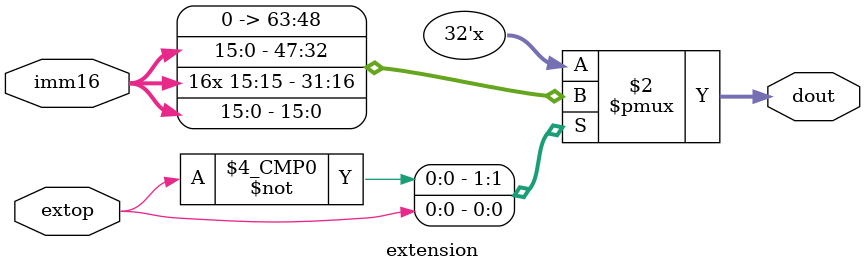
<source format=v>
module extension(imm16, extop, dout);
    input extop; //扩展信号
    input [15:0] imm16; //输入立即数
    output reg [31:0] dout; //输出立即数

  always @( * ) begin
    case (extop) 
        1'b0: dout = {16'h0000, imm16}; //无符号扩展
        1'b1: dout = {{16{imm16[15]}}, imm16}; //符号扩展
    endcase
    //$display("extension  imm16:%h extop:%h dout:%h", imm16, extop, dout);
  end

  
endmodule//extension
</source>
